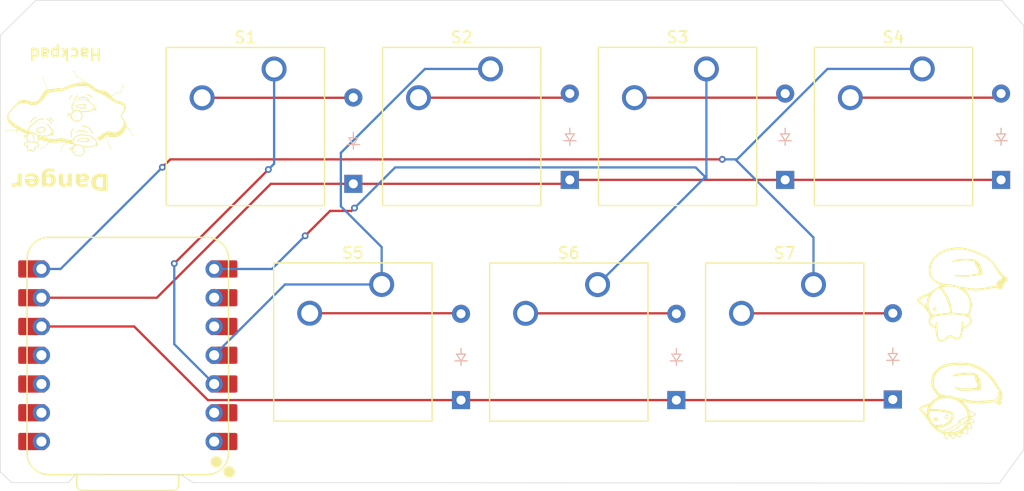
<source format=kicad_pcb>
(kicad_pcb (version 20240108) (generator "pcbnew") (generator_version "8.0")
  (layers (0 "F.Cu" signal) (31 "B.Cu" signal) (34 "B.Paste" user) (35 "F.Paste" user) (36 "B.SilkS" user "B.Silkscreen") (37 "F.SilkS" user "F.Silkscreen") (38 "B.Mask" user) (39 "F.Mask" user) (44 "Edge.Cuts" user))
  (net 0 "")
  (net 1 "Net-(D1-A)")
  (net 2 "Row 1")
  (net 3 "Net-(D2-A)")
  (net 4 "Row 2")
  (net 5 "Net-(D3-A)")
  (net 6 "Net-(D4-A)")
  (net 7 "Net-(D5-A)")
  (net 8 "Net-(D6-A)")
  (net 9 "GND")
  (net 10 "+5V")
  (net 11 "Colum 1")
  (net 12 "Colum 2")
  (net 13 "Colum 3")
  (net 14 "Colum 4")
  (net 20 "Net-(D7-A)")
  (footprint "Button_Switch_Keyboard:SW_Cherry_MX_1.00u_PCB" (layer "F.Cu") (at 192.66 93.975)
    (property "Reference" "S7" (at -2.54 -2.794 0) (layer "F.SilkS"))
    (property "Value" "Keyswitch")
    (pad "" np_thru_hole circle (at -7.62 5.08) (size 1.7 1.7) (drill 1.7) (layers "*.Cu" "*.Mask"))
    (pad "" np_thru_hole circle (at -2.54 5.08) (size 4 4) (drill 4) (layers "*.Cu" "*.Mask"))
    (pad "" np_thru_hole circle (at 2.54 5.08) (size 1.7 1.7) (drill 1.7) (layers "*.Cu" "*.Mask"))
    (pad "1" thru_hole circle (at 0 0) (size 2.2 2.2) (drill 1.5) (layers "*.Cu" "*.Mask") (net 14 "Colum 4"))
    (pad "2" thru_hole circle (at -6.35 2.54) (size 2.2 2.2) (drill 1.5) (layers "*.Cu" "*.Mask") (net 20 "Net-(D7-A)"))
  )
  (footprint "LOGO" (layer "F.Cu") (at 126.61982 79.171108 180)
    (property "Reference" "G***" (hide yes))
    (property "Value" "LOGO" (hide yes))
  )
  (footprint "Button_Switch_Keyboard:SW_Cherry_MX_1.00u_PCB" (layer "F.Cu") (at 145.07 74.935)
    (property "Reference" "S1" (at -2.54 -2.794 0) (layer "F.SilkS"))
    (property "Value" "Keyswitch")
    (pad "" np_thru_hole circle (at -7.62 5.08) (size 1.7 1.7) (drill 1.7) (layers "*.Cu" "*.Mask"))
    (pad "" np_thru_hole circle (at -2.54 5.08) (size 4 4) (drill 4) (layers "*.Cu" "*.Mask"))
    (pad "" np_thru_hole circle (at 2.54 5.08) (size 1.7 1.7) (drill 1.7) (layers "*.Cu" "*.Mask"))
    (pad "1" thru_hole circle (at 0 0) (size 2.2 2.2) (drill 1.5) (layers "*.Cu" "*.Mask") (net 11 "Colum 1"))
    (pad "2" thru_hole circle (at -6.35 2.54) (size 2.2 2.2) (drill 1.5) (layers "*.Cu" "*.Mask") (net 1 "Net-(D1-A)"))
  )
  (footprint "LOGO" (layer "F.Cu") (at 205.840825 105.226642 180)
    (property "Reference" "G***" (hide yes))
    (property "Value" "LOGO" (hide yes))
  )
  (footprint "Button_Switch_Keyboard:SW_Cherry_MX_1.00u_PCB" (layer "F.Cu") (at 183.21 74.925)
    (property "Reference" "S3" (at -2.54 -2.794 0) (layer "F.SilkS"))
    (property "Value" "Keyswitch")
    (pad "" np_thru_hole circle (at -7.62 5.08) (size 1.7 1.7) (drill 1.7) (layers "*.Cu" "*.Mask"))
    (pad "" np_thru_hole circle (at -2.54 5.08) (size 4 4) (drill 4) (layers "*.Cu" "*.Mask"))
    (pad "" np_thru_hole circle (at 2.54 5.08) (size 1.7 1.7) (drill 1.7) (layers "*.Cu" "*.Mask"))
    (pad "1" thru_hole circle (at 0 0) (size 2.2 2.2) (drill 1.5) (layers "*.Cu" "*.Mask") (net 13 "Colum 3"))
    (pad "2" thru_hole circle (at -6.35 2.54) (size 2.2 2.2) (drill 1.5) (layers "*.Cu" "*.Mask") (net 5 "Net-(D3-A)"))
  )
  (footprint "LOGO" (layer "F.Cu") (at 206.41 92.915 180)
    (property "Reference" "G***" (hide yes))
    (property "Value" "LOGO" (hide yes))
  )
  (footprint "Button_Switch_Keyboard:SW_Cherry_MX_1.00u_PCB" (layer "F.Cu") (at 154.56 93.965)
    (property "Reference" "S5" (at -2.54 -2.794 0) (layer "F.SilkS"))
    (property "Value" "Keyswitch")
    (pad "" np_thru_hole circle (at -7.62 5.08) (size 1.7 1.7) (drill 1.7) (layers "*.Cu" "*.Mask"))
    (pad "" np_thru_hole circle (at -2.54 5.08) (size 4 4) (drill 4) (layers "*.Cu" "*.Mask"))
    (pad "" np_thru_hole circle (at 2.54 5.08) (size 1.7 1.7) (drill 1.7) (layers "*.Cu" "*.Mask"))
    (pad "1" thru_hole circle (at 0 0) (size 2.2 2.2) (drill 1.5) (layers "*.Cu" "*.Mask") (net 12 "Colum 2"))
    (pad "2" thru_hole circle (at -6.35 2.54) (size 2.2 2.2) (drill 1.5) (layers "*.Cu" "*.Mask") (net 7 "Net-(D5-A)"))
  )
  (footprint "Button_Switch_Keyboard:SW_Cherry_MX_1.00u_PCB" (layer "F.Cu") (at 202.26 74.925)
    (property "Reference" "S4" (at -2.54 -2.794 0) (layer "F.SilkS"))
    (property "Value" "Keyswitch")
    (pad "" np_thru_hole circle (at -7.62 5.08) (size 1.7 1.7) (drill 1.7) (layers "*.Cu" "*.Mask"))
    (pad "" np_thru_hole circle (at -2.54 5.08) (size 4 4) (drill 4) (layers "*.Cu" "*.Mask"))
    (pad "" np_thru_hole circle (at 2.54 5.08) (size 1.7 1.7) (drill 1.7) (layers "*.Cu" "*.Mask"))
    (pad "1" thru_hole circle (at 0 0) (size 2.2 2.2) (drill 1.5) (layers "*.Cu" "*.Mask") (net 14 "Colum 4"))
    (pad "2" thru_hole circle (at -6.35 2.54) (size 2.2 2.2) (drill 1.5) (layers "*.Cu" "*.Mask") (net 6 "Net-(D4-A)"))
  )
  (footprint "Button_Switch_Keyboard:SW_Cherry_MX_1.00u_PCB" (layer "F.Cu") (at 173.61 93.975)
    (property "Reference" "S6" (at -2.54 -2.794 0) (layer "F.SilkS"))
    (property "Value" "Keyswitch")
    (pad "" np_thru_hole circle (at -7.62 5.08) (size 1.7 1.7) (drill 1.7) (layers "*.Cu" "*.Mask"))
    (pad "" np_thru_hole circle (at -2.54 5.08) (size 4 4) (drill 4) (layers "*.Cu" "*.Mask"))
    (pad "" np_thru_hole circle (at 2.54 5.08) (size 1.7 1.7) (drill 1.7) (layers "*.Cu" "*.Mask"))
    (pad "1" thru_hole circle (at 0 0) (size 2.2 2.2) (drill 1.5) (layers "*.Cu" "*.Mask") (net 13 "Colum 3"))
    (pad "2" thru_hole circle (at -6.35 2.54) (size 2.2 2.2) (drill 1.5) (layers "*.Cu" "*.Mask") (net 8 "Net-(D6-A)"))
  )
  (footprint "Seeed Studio XIAO Series Library:XIAO-RP2040-DIP" (layer "F.Cu") (at 132.16 100.215 180)
    (property "Reference" "U1" (hide yes))
    (property "Value" "MOUDLE-SEEEDUINO-XIAO")
    (pad "1" smd roundrect (at -8.455 -7.62) (size 2.432 1.524) (layers "F.Cu" "F.Mask") (roundrect_rratio 0.1))
    (pad "1" thru_hole circle (at -7.62 -7.62) (size 1.524 1.524) (drill 0.889) (layers "*.Cu" "*.Mask"))
    (pad "2" smd roundrect (at -8.455 -5.08) (size 2.432 1.524) (layers "F.Cu" "F.Mask") (roundrect_rratio 0.1))
    (pad "2" thru_hole circle (at -7.62 -5.08) (size 1.524 1.524) (drill 0.889) (layers "*.Cu" "*.Mask"))
    (pad "3" smd roundrect (at -8.455 -2.54) (size 2.432 1.524) (layers "F.Cu" "F.Mask") (roundrect_rratio 0.1) (net 11 "Colum 1"))
    (pad "3" thru_hole circle (at -7.62 -2.54) (size 1.524 1.524) (drill 0.889) (layers "*.Cu" "*.Mask") (net 11 "Colum 1"))
    (pad "4" smd roundrect (at -8.455 0) (size 2.432 1.524) (layers "F.Cu" "F.Mask") (roundrect_rratio 0.1) (net 12 "Colum 2"))
    (pad "4" thru_hole circle (at -7.62 0) (size 1.524 1.524) (drill 0.889) (layers "*.Cu" "*.Mask") (net 12 "Colum 2"))
    (pad "5" smd roundrect (at -8.455 2.54) (size 2.432 1.524) (layers "F.Cu" "F.Mask") (roundrect_rratio 0.1))
    (pad "5" thru_hole circle (at -7.62 2.54) (size 1.524 1.524) (drill 0.889) (layers "*.Cu" "*.Mask"))
    (pad "6" smd roundrect (at -8.455 5.08) (size 2.432 1.524) (layers "F.Cu" "F.Mask") (roundrect_rratio 0.1))
    (pad "6" thru_hole circle (at -7.62 5.08) (size 1.524 1.524) (drill 0.889) (layers "*.Cu" "*.Mask"))
    (pad "7" smd roundrect (at -8.455 7.62) (size 2.432 1.524) (layers "F.Cu" "F.Mask") (roundrect_rratio 0.1) (net 13 "Colum 3"))
    (pad "7" thru_hole circle (at -7.62 7.62) (size 1.524 1.524) (drill 0.889) (layers "*.Cu" "*.Mask") (net 13 "Colum 3"))
    (pad "8" thru_hole circle (at 7.62 7.62 180) (size 1.524 1.524) (drill 0.889) (layers "*.Cu" "*.Mask") (net 14 "Colum 4"))
    (pad "8" smd roundrect (at 8.455 7.62 180) (size 2.432 1.524) (layers "F.Cu" "F.Mask") (roundrect_rratio 0.1) (net 14 "Colum 4"))
    (pad "9" thru_hole circle (at 7.62 5.08 180) (size 1.524 1.524) (drill 0.889) (layers "*.Cu" "*.Mask") (net 2 "Row 1"))
    (pad "9" smd roundrect (at 8.455 5.08 180) (size 2.432 1.524) (layers "F.Cu" "F.Mask") (roundrect_rratio 0.1) (net 2 "Row 1"))
    (pad "10" thru_hole circle (at 7.62 2.54 180) (size 1.524 1.524) (drill 0.889) (layers "*.Cu" "*.Mask") (net 4 "Row 2"))
    (pad "10" smd roundrect (at 8.455 2.54 180) (size 2.432 1.524) (layers "F.Cu" "F.Mask") (roundrect_rratio 0.1) (net 4 "Row 2"))
    (pad "11" thru_hole circle (at 7.62 0 180) (size 1.524 1.524) (drill 0.889) (layers "*.Cu" "*.Mask"))
    (pad "11" smd roundrect (at 8.455 0 180) (size 2.432 1.524) (layers "F.Cu" "F.Mask") (roundrect_rratio 0.1))
    (pad "12" thru_hole circle (at 7.62 -2.54 180) (size 1.524 1.524) (drill 0.889) (layers "*.Cu" "*.Mask"))
    (pad "12" smd roundrect (at 8.455 -2.54 180) (size 2.432 1.524) (layers "F.Cu" "F.Mask") (roundrect_rratio 0.1))
    (pad "13" thru_hole circle (at 7.62 -5.08 180) (size 1.524 1.524) (drill 0.889) (layers "*.Cu" "*.Mask") (net 9 "GND"))
    (pad "13" smd roundrect (at 8.455 -5.08 180) (size 2.432 1.524) (layers "F.Cu" "F.Mask") (roundrect_rratio 0.1) (net 9 "GND"))
    (pad "14" thru_hole circle (at 7.62 -7.62 180) (size 1.524 1.524) (drill 0.889) (layers "*.Cu" "*.Mask") (net 10 "+5V"))
    (pad "14" smd roundrect (at 8.455 -7.62 180) (size 2.432 1.524) (layers "F.Cu" "F.Mask") (roundrect_rratio 0.1) (net 10 "+5V"))
  )
  (footprint "Button_Switch_Keyboard:SW_Cherry_MX_1.00u_PCB" (layer "F.Cu") (at 164.1625 74.92875)
    (property "Reference" "S2" (at -2.54 -2.794 0) (layer "F.SilkS"))
    (property "Value" "Keyswitch")
    (pad "" np_thru_hole circle (at -7.62 5.08) (size 1.7 1.7) (drill 1.7) (layers "*.Cu" "*.Mask"))
    (pad "" np_thru_hole circle (at -2.54 5.08) (size 4 4) (drill 4) (layers "*.Cu" "*.Mask"))
    (pad "" np_thru_hole circle (at 2.54 5.08) (size 1.7 1.7) (drill 1.7) (layers "*.Cu" "*.Mask"))
    (pad "1" thru_hole circle (at 0 0) (size 2.2 2.2) (drill 1.5) (layers "*.Cu" "*.Mask") (net 12 "Colum 2"))
    (pad "2" thru_hole circle (at -6.35 2.54) (size 2.2 2.2) (drill 1.5) (layers "*.Cu" "*.Mask") (net 3 "Net-(D2-A)"))
  )
  (footprint "ScottoKeebs_Components:Diode_DO-35" (layer "B.Cu") (at 199.66 104.125 90)
    (property "Reference" "D7" (hide yes))
    (property "Value" "Diode" (hide yes))
    (pad "1" thru_hole rect (at 0 0 90) (size 1.6 1.6) (drill 0.8) (layers "*.Cu" "*.Mask") (net 4 "Row 2"))
    (pad "2" thru_hole oval (at 7.62 0 90) (size 1.6 1.6) (drill 0.8) (layers "*.Cu" "*.Mask") (net 20 "Net-(D7-A)"))
  )
  (footprint "ScottoKeebs_Components:Diode_DO-35" (layer "B.Cu") (at 152.06 85.075 90)
    (property "Reference" "D1" (hide yes))
    (property "Value" "Diode" (hide yes))
    (pad "1" thru_hole rect (at 0 0 90) (size 1.6 1.6) (drill 0.8) (layers "*.Cu" "*.Mask") (net 2 "Row 1"))
    (pad "2" thru_hole oval (at 7.62 0 90) (size 1.6 1.6) (drill 0.8) (layers "*.Cu" "*.Mask") (net 1 "Net-(D1-A)"))
  )
  (footprint "ScottoKeebs_Components:Diode_DO-35" (layer "B.Cu") (at 161.56 104.175 90)
    (property "Reference" "D5" (hide yes))
    (property "Value" "Diode" (hide yes))
    (pad "1" thru_hole rect (at 0 0 90) (size 1.6 1.6) (drill 0.8) (layers "*.Cu" "*.Mask") (net 4 "Row 2"))
    (pad "2" thru_hole oval (at 7.62 0 90) (size 1.6 1.6) (drill 0.8) (layers "*.Cu" "*.Mask") (net 7 "Net-(D5-A)"))
  )
  (footprint "ScottoKeebs_Components:Diode_DO-35" (layer "B.Cu") (at 209.21 84.725 90)
    (property "Reference" "D4" (hide yes))
    (property "Value" "Diode" (hide yes))
    (pad "1" thru_hole rect (at 0 0 90) (size 1.6 1.6) (drill 0.8) (layers "*.Cu" "*.Mask") (net 2 "Row 1"))
    (pad "2" thru_hole oval (at 7.62 0 90) (size 1.6 1.6) (drill 0.8) (layers "*.Cu" "*.Mask") (net 6 "Net-(D4-A)"))
  )
  (footprint "ScottoKeebs_Components:Diode_DO-35" (layer "B.Cu") (at 171.16 84.725 90)
    (property "Reference" "D2" (hide yes))
    (property "Value" "Diode" (hide yes))
    (pad "1" thru_hole rect (at 0 0 90) (size 1.6 1.6) (drill 0.8) (layers "*.Cu" "*.Mask") (net 2 "Row 1"))
    (pad "2" thru_hole oval (at 7.62 0 90) (size 1.6 1.6) (drill 0.8) (layers "*.Cu" "*.Mask") (net 3 "Net-(D2-A)"))
  )
  (footprint "ScottoKeebs_Components:Diode_DO-35" (layer "B.Cu") (at 180.56 104.175 90)
    (property "Reference" "D6" (hide yes))
    (property "Value" "Diode" (hide yes))
    (pad "1" thru_hole rect (at 0 0 90) (size 1.6 1.6) (drill 0.8) (layers "*.Cu" "*.Mask") (net 4 "Row 2"))
    (pad "2" thru_hole oval (at 7.62 0 90) (size 1.6 1.6) (drill 0.8) (layers "*.Cu" "*.Mask") (net 8 "Net-(D6-A)"))
  )
  (footprint "ScottoKeebs_Components:Diode_DO-35" (layer "B.Cu") (at 190.16 84.725 90)
    (property "Reference" "D3" (hide yes))
    (property "Value" "Diode" (hide yes))
    (pad "1" thru_hole rect (at 0 0 90) (size 1.6 1.6) (drill 0.8) (layers "*.Cu" "*.Mask") (net 2 "Row 1"))
    (pad "2" thru_hole oval (at 7.62 0 90) (size 1.6 1.6) (drill 0.8) (layers "*.Cu" "*.Mask") (net 5 "Net-(D3-A)"))
  )
  (gr_line (start 120.91 110.515) (end 121.91 111.465) (stroke (width 0.05)) (layer "Edge.Cuts"))
  (gr_line (start 127.56 110.715) (end 126.91 111.465) (stroke (width 0.05)) (layer "Edge.Cuts"))
  (gr_line (start 209.26 68.865) (end 211.21 71.115) (stroke (width 0.05)) (layer "Edge.Cuts"))
  (gr_line (start 211.21 71.115) (end 211.21 108.565) (stroke (width 0.05)) (layer "Edge.Cuts"))
  (gr_line (start 126.91 111.465) (end 121.91 111.465) (stroke (width 0.05)) (layer "Edge.Cuts"))
  (gr_line (start 209.06 111.515) (end 146.61 111.465) (stroke (width 0.05)) (layer "Edge.Cuts"))
  (gr_line (start 124.06 68.865) (end 120.91 71.965) (stroke (width 0.05)) (layer "Edge.Cuts"))
  (gr_line (start 124.06 68.865) (end 209.26 68.865) (stroke (width 0.05)) (layer "Edge.Cuts"))
  (gr_line (start 137.91 111.465) (end 146.61 111.465) (stroke (width 0.05)) (layer "Edge.Cuts"))
  (gr_line (start 120.91 110.515) (end 120.91 71.965) (stroke (width 0.05)) (layer "Edge.Cuts"))
  (gr_line (start 127.56 110.715) (end 136.86 110.765) (stroke (width 0.05)) (layer "Edge.Cuts"))
  (gr_line (start 211.21 108.565) (end 209.06 111.515) (stroke (width 0.05)) (layer "Edge.Cuts"))
  (gr_line (start 136.86 110.765) (end 137.91 111.465) (stroke (width 0.05)) (layer "Edge.Cuts"))
  (gr_text "Hackpad" (at 129.96 73.015 180) (layer "F.SilkS") (effects (font (size 1 1) (thickness 0.2) (bold yes)) (justify left bottom)))
  (gr_text "Danger" (at 130.56 83.915 180) (layer "F.SilkS") (effects (font (size 1.5 1.5) (thickness 0.3) (bold yes)) (justify left bottom)))
  (segment (start 152.04 77.475) (end 152.06 77.455) (width 0.2) (layer "F.Cu") (net 1))
  (segment (start 138.72 77.475) (end 152.04 77.475) (width 0.2) (layer "F.Cu") (net 1))
  (segment (start 152.06 85.075) (end 144.7815 85.075) (width 0.2) (layer "F.Cu") (net 2))
  (segment (start 134.7215 95.135) (end 124.54 95.135) (width 0.2) (layer "F.Cu") (net 2))
  (segment (start 152.06 85.075) (end 170.81 85.075) (width 0.2) (layer "F.Cu") (net 2))
  (segment (start 190.16 84.725) (end 209.21 84.725) (width 0.2) (layer "F.Cu") (net 2))
  (segment (start 171.16 84.725) (end 190.16 84.725) (width 0.2) (layer "F.Cu") (net 2))
  (segment (start 144.7815 85.075) (end 134.7215 95.135) (width 0.2) (layer "F.Cu") (net 2))
  (segment (start 170.81 85.075) (end 171.16 84.725) (width 0.2) (layer "F.Cu") (net 2))
  (segment (start 157.8125 77.46875) (end 170.79625 77.46875) (width 0.2) (layer "F.Cu") (net 3))
  (segment (start 170.79625 77.46875) (end 171.16 77.105) (width 0.2) (layer "F.Cu") (net 3))
  (segment (start 132.725686 97.675) (end 139.225686 104.175) (width 0.2) (layer "F.Cu") (net 4))
  (segment (start 139.225686 104.175) (end 161.56 104.175) (width 0.2) (layer "F.Cu") (net 4))
  (segment (start 124.54 97.675) (end 132.725686 97.675) (width 0.2) (layer "F.Cu") (net 4))
  (segment (start 199.61 104.175) (end 199.66 104.125) (width 0.2) (layer "F.Cu") (net 4))
  (segment (start 161.56 104.175) (end 180.56 104.175) (width 0.2) (layer "F.Cu") (net 4))
  (segment (start 180.56 104.175) (end 199.61 104.175) (width 0.2) (layer "F.Cu") (net 4))
  (segment (start 176.86 77.465) (end 189.8 77.465) (width 0.2) (layer "F.Cu") (net 5))
  (segment (start 189.8 77.465) (end 190.16 77.105) (width 0.2) (layer "F.Cu") (net 5))
  (segment (start 195.91 77.465) (end 208.85 77.465) (width 0.2) (layer "F.Cu") (net 6))
  (segment (start 208.85 77.465) (end 209.21 77.105) (width 0.2) (layer "F.Cu") (net 6))
  (segment (start 161.51 96.505) (end 161.56 96.555) (width 0.2) (layer "F.Cu") (net 7))
  (segment (start 148.21 96.505) (end 161.51 96.505) (width 0.2) (layer "F.Cu") (net 7))
  (segment (start 180.52 96.515) (end 180.56 96.555) (width 0.2) (layer "F.Cu") (net 8))
  (segment (start 167.26 96.515) (end 180.52 96.515) (width 0.2) (layer "F.Cu") (net 8))
  (segment (start 123.715 105.295) (end 124.54 105.295) (width 0.2) (layer "F.Cu") (net 9))
  (segment (start 144.56 83.815) (end 136.26 92.115) (width 0.2) (layer "F.Cu") (net 11))
  (via (at 144.56 83.815) (size 0.6) (drill 0.3) (layers "F.Cu" "B.Cu") (net 11))
  (via (at 136.26 92.115) (size 0.6) (drill 0.3) (layers "F.Cu" "B.Cu") (net 11))
  (segment (start 145.07 83.305) (end 144.56 83.815) (width 0.2) (layer "B.Cu") (net 11))
  (segment (start 136.26 99.235) (end 139.78 102.755) (width 0.2) (layer "B.Cu") (net 11))
  (segment (start 145.07 74.935) (end 145.07 83.305) (width 0.2) (layer "B.Cu") (net 11))
  (segment (start 136.26 92.115) (end 136.26 99.235) (width 0.2) (layer "B.Cu") (net 11))
  (segment (start 154.56 90.665) (end 154.56 93.965) (width 0.2) (layer "B.Cu") (net 12))
  (segment (start 154.56 93.965) (end 146.03 93.965) (width 0.2) (layer "B.Cu") (net 12))
  (segment (start 164.1625 74.92875) (end 158.372601 74.92875) (width 0.2) (layer "B.Cu") (net 12))
  (segment (start 158.372601 74.92875) (end 150.96 82.341351) (width 0.2) (layer "B.Cu") (net 12))
  (segment (start 150.96 82.341351) (end 150.96 87.065) (width 0.2) (layer "B.Cu") (net 12))
  (segment (start 146.03 93.965) (end 139.78 100.215) (width 0.2) (layer "B.Cu") (net 12))
  (segment (start 150.96 87.065) (end 154.56 90.665) (width 0.2) (layer "B.Cu") (net 12))
  (segment (start 152.16 87.215) (end 151.91 87.465) (width 0.2) (layer "F.Cu") (net 13))
  (segment (start 151.91 87.465) (end 150.01 87.465) (width 0.2) (layer "F.Cu") (net 13))
  (segment (start 150.01 87.465) (end 147.81 89.665) (width 0.2) (layer "F.Cu") (net 13))
  (via (at 152.16 87.215) (size 0.6) (drill 0.3) (layers "F.Cu" "B.Cu") (net 13))
  (via (at 147.81 89.665) (size 0.6) (drill 0.3) (layers "F.Cu" "B.Cu") (net 13))
  (segment (start 183.21 84.375) (end 173.61 93.975) (width 0.2) (layer "B.Cu") (net 13))
  (segment (start 147.81 89.665) (end 144.88 92.595) (width 0.2) (layer "B.Cu") (net 13))
  (segment (start 183.21 84.365) (end 183.21 84.375) (width 0.2) (layer "B.Cu") (net 13))
  (segment (start 183.21 84.575) (end 182.26 83.625) (width 0.2) (layer "B.Cu") (net 13))
  (segment (start 144.88 92.595) (end 139.78 92.595) (width 0.2) (layer "B.Cu") (net 13))
  (segment (start 155.75 83.625) (end 152.16 87.215) (width 0.2) (layer "B.Cu") (net 13))
  (segment (start 183.21 84.365) (end 183.21 84.575) (width 0.2) (layer "B.Cu") (net 13))
  (segment (start 182.26 83.625) (end 155.75 83.625) (width 0.2) (layer "B.Cu") (net 13))
  (segment (start 183.21 74.925) (end 183.21 84.365) (width 0.2) (layer "B.Cu") (net 13))
  (segment (start 135.91 82.915) (end 135.21 83.615) (width 0.2) (layer "F.Cu") (net 14))
  (segment (start 184.61 82.915) (end 135.91 82.915) (width 0.2) (layer "F.Cu") (net 14))
  (via (at 184.61 82.915) (size 0.6) (drill 0.3) (layers "F.Cu" "B.Cu") (net 14))
  (via (at 135.21 83.615) (size 0.6) (drill 0.3) (layers "F.Cu" "B.Cu") (net 14))
  (segment (start 185.905635 82.915) (end 185.76 82.915) (width 0.2) (layer "B.Cu") (net 14))
  (segment (start 202.26 74.925) (end 193.895635 74.925) (width 0.2) (layer "B.Cu") (net 14))
  (segment (start 185.76 82.915) (end 192.66 89.815) (width 0.2) (layer "B.Cu") (net 14))
  (segment (start 193.895635 74.925) (end 185.905635 82.915) (width 0.2) (layer "B.Cu") (net 14))
  (segment (start 185.76 82.915) (end 184.61 82.915) (width 0.2) (layer "B.Cu") (net 14))
  (segment (start 192.66 89.815) (end 192.66 93.975) (width 0.2) (layer "B.Cu") (net 14))
  (segment (start 135.21 83.615) (end 133.31 85.515) (width 0.2) (layer "B.Cu") (net 14))
  (segment (start 126.23 92.595) (end 124.54 92.595) (width 0.2) (layer "B.Cu") (net 14))
  (segment (start 133.31 85.515) (end 126.23 92.595) (width 0.2) (layer "B.Cu") (net 14))
  (segment (start 186.31 96.515) (end 199.65 96.515) (width 0.2) (layer "F.Cu") (net 20))
  (segment (start 199.65 96.515) (end 199.66 96.505) (width 0.2) (layer "F.Cu") (net 20))
)
</source>
